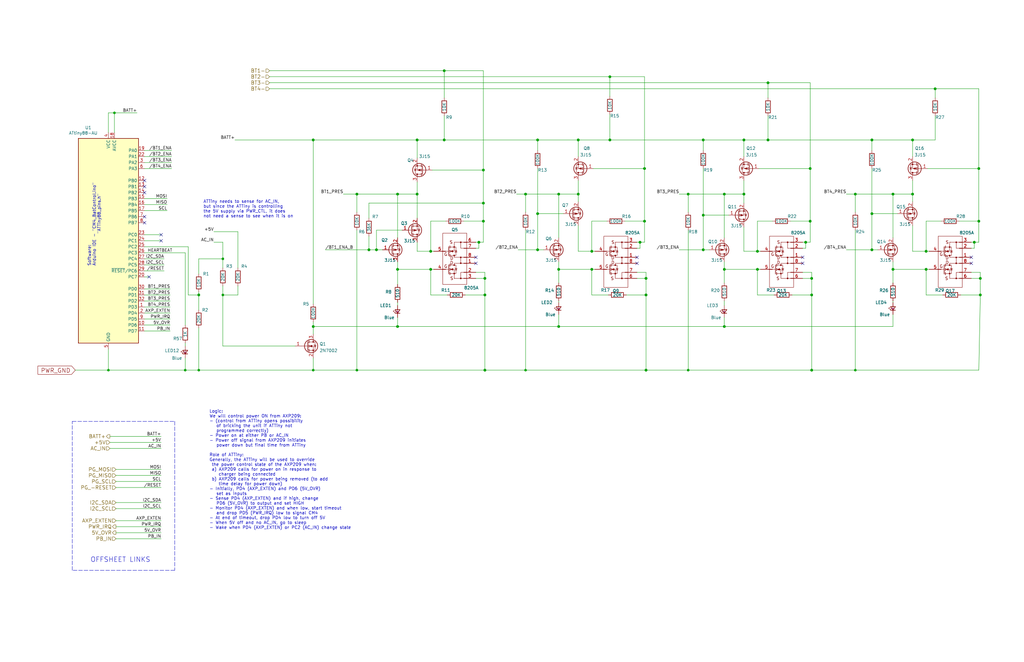
<source format=kicad_sch>
(kicad_sch (version 20211123) (generator eeschema)
  (paper "B")
  (title_block (title "ConnectBox CM4 for China Case") (date "2022-04-07") (rev "1.8.3") (comment 1 "JRA"))
  (junction (at 271.78 93.345) (diameter 1.016))
  (junction (at 83.82 156.21))
  (junction (at 390.525 106.045) (diameter 1.016))
  (junction (at 272.415 156.21) (diameter 1.016))
  (junction (at 187.325 59.055) (diameter 1.016))
  (junction (at 235.585 81.915) (diameter 1.016))
  (junction (at 313.69 59.055) (diameter 1.016))
  (junction (at 269.875 102.235) (diameter 1.016))
  (junction (at 296.545 105.41) (diameter 1.016))
  (junction (at 78.105 156.21))
  (junction (at 290.195 156.21))
  (junction (at 257.175 59.055) (diameter 1.016))
  (junction (at 319.405 106.045) (diameter 1.016))
  (junction (at 93.98 124.46))
  (junction (at 221.615 156.21))
  (junction (at 412.75 93.345) (diameter 1.016))
  (junction (at 342.265 117.475) (diameter 1.016))
  (junction (at 323.85 59.055) (diameter 1.016))
  (junction (at 412.75 71.12) (diameter 1.016))
  (junction (at 203.835 93.345) (diameter 1.016))
  (junction (at 384.81 59.055) (diameter 1.016))
  (junction (at 272.415 124.46) (diameter 1.016))
  (junction (at 175.895 81.915) (diameter 1.016))
  (junction (at 181.61 113.665) (diameter 1.016))
  (junction (at 45.72 156.21))
  (junction (at 155.575 105.41) (diameter 1.016))
  (junction (at 342.265 124.46) (diameter 1.016))
  (junction (at 175.895 59.055) (diameter 1.016))
  (junction (at 226.695 90.17) (diameter 1.016))
  (junction (at 342.265 156.21) (diameter 1.016))
  (junction (at 305.435 137.795) (diameter 1.016))
  (junction (at 339.725 102.235) (diameter 1.016))
  (junction (at 158.75 105.41) (diameter 1.016))
  (junction (at 48.26 47.625))
  (junction (at 235.585 137.795) (diameter 1.016))
  (junction (at 367.665 105.41) (diameter 1.016))
  (junction (at 296.545 59.055) (diameter 1.016))
  (junction (at 305.435 81.915) (diameter 1.016))
  (junction (at 319.405 113.665) (diameter 1.016))
  (junction (at 360.68 81.915) (diameter 1.016))
  (junction (at 83.82 124.46) (diameter 1.016))
  (junction (at 204.47 156.21) (diameter 1.016))
  (junction (at 167.64 137.795) (diameter 1.016))
  (junction (at 341.63 93.345) (diameter 1.016))
  (junction (at 367.665 59.055) (diameter 1.016))
  (junction (at 243.84 59.055) (diameter 1.016))
  (junction (at 323.85 34.925) (diameter 1.016))
  (junction (at 203.835 71.755) (diameter 1.016))
  (junction (at 296.545 90.805) (diameter 1.016))
  (junction (at 305.435 113.665) (diameter 1.016))
  (junction (at 226.695 59.055) (diameter 1.016))
  (junction (at 203.835 85.725) (diameter 1.016))
  (junction (at 384.81 81.915) (diameter 1.016))
  (junction (at 167.64 113.665) (diameter 1.016))
  (junction (at 257.175 32.385) (diameter 1.016))
  (junction (at 271.78 71.12) (diameter 1.016))
  (junction (at 181.61 106.045) (diameter 1.016))
  (junction (at 376.555 81.915) (diameter 1.016))
  (junction (at 150.495 81.915) (diameter 1.016))
  (junction (at 132.08 137.795) (diameter 1.016))
  (junction (at 390.525 113.665) (diameter 1.016))
  (junction (at 249.555 113.665) (diameter 1.016))
  (junction (at 341.63 71.12) (diameter 1.016))
  (junction (at 132.08 59.055) (diameter 1.016))
  (junction (at 201.93 102.235) (diameter 1.016))
  (junction (at 360.68 156.21))
  (junction (at 132.08 156.21))
  (junction (at 413.385 124.46) (diameter 1.016))
  (junction (at 187.325 29.845) (diameter 1.016))
  (junction (at 376.555 113.665) (diameter 1.016))
  (junction (at 243.84 81.915) (diameter 1.016))
  (junction (at 235.585 113.665) (diameter 1.016))
  (junction (at 272.415 117.475) (diameter 1.016))
  (junction (at 150.495 156.21))
  (junction (at 367.665 90.17) (diameter 1.016))
  (junction (at 290.195 81.915) (diameter 1.016))
  (junction (at 167.64 81.915) (diameter 1.016))
  (junction (at 93.98 109.22))
  (junction (at 226.695 105.41) (diameter 1.016))
  (junction (at 394.335 37.465) (diameter 1.016))
  (junction (at 410.845 102.235) (diameter 1.016))
  (junction (at 204.47 117.475) (diameter 1.016))
  (junction (at 313.69 81.915) (diameter 1.016))
  (junction (at 413.385 117.475) (diameter 1.016))
  (junction (at 221.615 81.915) (diameter 1.016))
  (junction (at 249.555 106.045) (diameter 1.016))
  (junction (at 204.47 124.46) (diameter 1.016))
  (no_connect (at 200.66 111.125))
  (no_connect (at 200.66 108.585))
  (no_connect (at 409.575 111.125))
  (no_connect (at 268.605 111.125))
  (no_connect (at 409.575 108.585))
  (no_connect (at 338.455 108.585))
  (no_connect (at 60.96 78.74))
  (no_connect (at 60.96 91.44))
  (no_connect (at 60.96 76.2))
  (no_connect (at 268.605 108.585))
  (no_connect (at 338.455 111.125))
  (no_connect (at 62.865 116.84))
  (no_connect (at 60.96 81.28))
  (no_connect (at 60.96 93.98))
  (no_connect (at 67.945 99.06))
  (no_connect (at 67.945 101.6))
  (wire (pts (xy 48.895 222.25) (xy 67.945 222.25)))
  (wire (pts (xy 60.96 99.06) (xy 67.945 99.06)))
  (wire (pts (xy 175.895 76.835) (xy 175.895 81.915)))
  (wire (pts (xy 48.895 219.71) (xy 67.945 219.71)))
  (polyline (pts (xy 73.66 240.665) (xy 30.48 240.665)) (stroke (width 0) (type dash)))
  (wire (pts (xy 132.08 137.795) (xy 132.08 140.97)))
  (wire (pts (xy 60.96 101.6) (xy 67.945 101.6)))
  (wire (pts (xy 413.385 114.935) (xy 413.385 117.475)))
  (wire (pts (xy 60.96 127) (xy 71.755 127)))
  (wire (pts (xy 155.575 105.41) (xy 158.75 105.41)))
  (wire (pts (xy 376.555 110.49) (xy 376.555 113.665)))
  (wire (pts (xy 305.435 113.665) (xy 305.435 119.38)))
  (wire (pts (xy 167.64 81.915) (xy 175.895 81.915)))
  (wire (pts (xy 155.575 85.725) (xy 203.835 85.725)))
  (wire (pts (xy 155.575 92.075) (xy 155.575 85.725)))
  (wire (pts (xy 268.605 114.935) (xy 272.415 114.935)))
  (wire (pts (xy 83.82 138.43) (xy 83.82 156.21)))
  (wire (pts (xy 167.64 110.49) (xy 167.64 113.665)))
  (wire (pts (xy 62.865 116.84) (xy 60.96 116.84)))
  (wire (pts (xy 333.375 93.345) (xy 341.63 93.345)))
  (wire (pts (xy 45.72 156.21) (xy 78.105 156.21)))
  (wire (pts (xy 175.895 106.045) (xy 181.61 106.045)))
  (wire (pts (xy 60.96 137.16) (xy 71.755 137.16)))
  (wire (pts (xy 341.63 93.345) (xy 341.63 102.235)))
  (wire (pts (xy 338.455 102.235) (xy 339.725 102.235)))
  (wire (pts (xy 78.105 156.21) (xy 83.82 156.21)))
  (wire (pts (xy 338.455 104.775) (xy 339.725 104.775)))
  (wire (pts (xy 338.455 117.475) (xy 342.265 117.475)))
  (wire (pts (xy 132.08 151.13) (xy 132.08 156.21)))
  (wire (pts (xy 235.585 81.915) (xy 235.585 100.33)))
  (wire (pts (xy 391.16 71.12) (xy 412.75 71.12)))
  (wire (pts (xy 413.385 117.475) (xy 413.385 124.46)))
  (wire (pts (xy 60.96 114.3) (xy 69.215 114.3)))
  (wire (pts (xy 296.545 59.055) (xy 296.545 63.5)))
  (wire (pts (xy 83.82 156.21) (xy 132.08 156.21)))
  (wire (pts (xy 150.495 81.915) (xy 150.495 89.535)))
  (wire (pts (xy 167.64 137.795) (xy 235.585 137.795)))
  (wire (pts (xy 356.87 105.41) (xy 367.665 105.41)))
  (wire (pts (xy 60.96 86.36) (xy 70.485 86.36)))
  (wire (pts (xy 113.665 34.925) (xy 323.85 34.925)))
  (wire (pts (xy 323.85 34.925) (xy 341.63 34.925)))
  (wire (pts (xy 341.63 34.925) (xy 341.63 71.12)))
  (wire (pts (xy 249.555 106.045) (xy 250.825 106.045)))
  (wire (pts (xy 235.585 127) (xy 235.585 127.635)))
  (wire (pts (xy 83.82 109.22) (xy 93.98 109.22)))
  (wire (pts (xy 48.895 200.66) (xy 67.945 200.66)))
  (wire (pts (xy 226.695 71.12) (xy 226.695 90.17)))
  (wire (pts (xy 100.33 113.03) (xy 100.33 97.79)))
  (wire (pts (xy 60.96 106.68) (xy 78.105 106.68)))
  (wire (pts (xy 360.68 81.915) (xy 376.555 81.915)))
  (wire (pts (xy 305.435 81.915) (xy 313.69 81.915)))
  (wire (pts (xy 48.895 212.09) (xy 67.945 212.09)))
  (wire (pts (xy 243.84 106.045) (xy 249.555 106.045)))
  (wire (pts (xy 413.385 124.46) (xy 412.75 156.21)))
  (wire (pts (xy 31.75 156.21) (xy 45.72 156.21)))
  (wire (pts (xy 226.695 90.17) (xy 226.695 105.41)))
  (wire (pts (xy 305.435 81.915) (xy 305.435 100.33)))
  (wire (pts (xy 132.08 59.055) (xy 132.08 128.27)))
  (wire (pts (xy 412.75 37.465) (xy 412.75 71.12)))
  (wire (pts (xy 412.75 71.12) (xy 412.75 93.345)))
  (wire (pts (xy 60.96 63.5) (xy 72.39 63.5)))
  (wire (pts (xy 367.665 59.055) (xy 384.81 59.055)))
  (wire (pts (xy 45.72 47.625) (xy 48.26 47.625)))
  (wire (pts (xy 367.665 71.12) (xy 367.665 90.17)))
  (wire (pts (xy 367.665 90.17) (xy 367.665 105.41)))
  (wire (pts (xy 200.66 114.935) (xy 204.47 114.935)))
  (wire (pts (xy 90.17 97.79) (xy 100.33 97.79)))
  (wire (pts (xy 319.405 93.345) (xy 319.405 106.045)))
  (wire (pts (xy 272.415 124.46) (xy 272.415 156.21)))
  (wire (pts (xy 226.695 90.17) (xy 237.49 90.17)))
  (wire (pts (xy 409.575 117.475) (xy 413.385 117.475)))
  (wire (pts (xy 48.26 47.625) (xy 48.26 55.88)))
  (wire (pts (xy 360.68 156.21) (xy 412.75 156.21)))
  (wire (pts (xy 268.605 102.235) (xy 269.875 102.235)))
  (wire (pts (xy 60.96 111.76) (xy 69.215 111.76)))
  (wire (pts (xy 256.54 124.46) (xy 249.555 124.46)))
  (wire (pts (xy 319.405 113.665) (xy 320.675 113.665)))
  (wire (pts (xy 296.545 105.41) (xy 299.085 105.41)))
  (wire (pts (xy 187.325 48.895) (xy 187.325 59.055)))
  (wire (pts (xy 78.105 144.78) (xy 78.105 146.05)))
  (wire (pts (xy 48.895 224.79) (xy 67.945 224.79)))
  (wire (pts (xy 175.895 81.915) (xy 175.895 92.075)))
  (wire (pts (xy 48.895 198.12) (xy 67.945 198.12)))
  (wire (pts (xy 272.415 117.475) (xy 272.415 124.46)))
  (wire (pts (xy 60.96 104.14) (xy 79.375 104.14)))
  (wire (pts (xy 341.63 71.12) (xy 341.63 93.345)))
  (wire (pts (xy 45.72 156.21) (xy 45.72 147.32)))
  (wire (pts (xy 60.96 129.54) (xy 71.755 129.54)))
  (wire (pts (xy 181.61 124.46) (xy 181.61 113.665)))
  (wire (pts (xy 338.455 114.935) (xy 342.265 114.935)))
  (wire (pts (xy 409.575 102.235) (xy 410.845 102.235)))
  (wire (pts (xy 235.585 110.49) (xy 235.585 113.665)))
  (wire (pts (xy 195.58 93.345) (xy 203.835 93.345)))
  (wire (pts (xy 360.68 81.915) (xy 360.68 89.535)))
  (wire (pts (xy 78.105 151.13) (xy 78.105 156.21)))
  (wire (pts (xy 226.695 59.055) (xy 243.84 59.055)))
  (wire (pts (xy 243.84 59.055) (xy 243.84 66.04)))
  (wire (pts (xy 78.105 106.68) (xy 78.105 137.16)))
  (wire (pts (xy 60.96 66.04) (xy 72.39 66.04)))
  (wire (pts (xy 226.695 59.055) (xy 226.695 63.5)))
  (wire (pts (xy 376.555 113.665) (xy 390.525 113.665)))
  (wire (pts (xy 313.69 76.2) (xy 313.69 81.915)))
  (wire (pts (xy 313.69 81.915) (xy 313.69 85.725)))
  (wire (pts (xy 384.81 76.2) (xy 384.81 81.915)))
  (wire (pts (xy 46.355 189.23) (xy 67.945 189.23)))
  (wire (pts (xy 384.81 59.055) (xy 384.81 66.04)))
  (wire (pts (xy 290.195 81.915) (xy 305.435 81.915)))
  (wire (pts (xy 235.585 137.795) (xy 305.435 137.795)))
  (wire (pts (xy 60.96 88.9) (xy 70.485 88.9)))
  (wire (pts (xy 250.19 71.12) (xy 271.78 71.12)))
  (wire (pts (xy 113.665 37.465) (xy 394.335 37.465)))
  (wire (pts (xy 394.335 37.465) (xy 412.75 37.465)))
  (wire (pts (xy 412.75 102.235) (xy 410.845 102.235)))
  (wire (pts (xy 83.82 115.57) (xy 83.82 109.22)))
  (wire (pts (xy 243.84 59.055) (xy 257.175 59.055)))
  (wire (pts (xy 257.175 59.055) (xy 296.545 59.055)))
  (wire (pts (xy 249.555 124.46) (xy 249.555 113.665)))
  (wire (pts (xy 113.665 32.385) (xy 257.175 32.385)))
  (wire (pts (xy 257.175 32.385) (xy 271.78 32.385)))
  (wire (pts (xy 271.78 71.12) (xy 271.78 32.385)))
  (wire (pts (xy 390.525 93.345) (xy 390.525 106.045)))
  (wire (pts (xy 155.575 99.695) (xy 155.575 105.41)))
  (wire (pts (xy 313.69 59.055) (xy 323.85 59.055)))
  (wire (pts (xy 323.85 59.055) (xy 367.665 59.055)))
  (wire (pts (xy 290.195 156.21) (xy 342.265 156.21)))
  (wire (pts (xy 46.355 186.69) (xy 67.945 186.69)))
  (wire (pts (xy 394.335 48.895) (xy 394.335 59.055)))
  (wire (pts (xy 150.495 81.915) (xy 167.64 81.915)))
  (wire (pts (xy 394.335 59.055) (xy 384.81 59.055)))
  (wire (pts (xy 305.435 127) (xy 305.435 128.905)))
  (wire (pts (xy 79.375 104.14) (xy 79.375 124.46)))
  (wire (pts (xy 167.64 113.665) (xy 181.61 113.665)))
  (wire (pts (xy 290.195 81.915) (xy 290.195 89.535)))
  (wire (pts (xy 255.905 93.345) (xy 249.555 93.345)))
  (wire (pts (xy 187.325 29.845) (xy 187.325 41.275)))
  (wire (pts (xy 313.69 95.885) (xy 313.69 106.045)))
  (wire (pts (xy 167.64 127.635) (xy 167.64 128.905)))
  (wire (pts (xy 356.87 81.915) (xy 360.68 81.915)))
  (wire (pts (xy 412.75 93.345) (xy 412.75 102.235)))
  (wire (pts (xy 60.96 124.46) (xy 71.755 124.46)))
  (wire (pts (xy 150.495 156.21) (xy 204.47 156.21)))
  (wire (pts (xy 200.66 117.475) (xy 204.47 117.475)))
  (wire (pts (xy 175.895 102.235) (xy 175.895 106.045)))
  (wire (pts (xy 269.875 102.235) (xy 269.875 104.775)))
  (wire (pts (xy 60.96 109.22) (xy 69.215 109.22)))
  (wire (pts (xy 221.615 97.155) (xy 221.615 156.21)))
  (wire (pts (xy 263.525 93.345) (xy 271.78 93.345)))
  (wire (pts (xy 376.555 81.915) (xy 384.81 81.915)))
  (wire (pts (xy 326.39 124.46) (xy 319.405 124.46)))
  (wire (pts (xy 319.405 124.46) (xy 319.405 113.665)))
  (wire (pts (xy 204.47 156.21) (xy 221.615 156.21)))
  (wire (pts (xy 188.595 124.46) (xy 181.61 124.46)))
  (wire (pts (xy 144.78 81.915) (xy 150.495 81.915)))
  (wire (pts (xy 390.525 106.045) (xy 391.795 106.045)))
  (wire (pts (xy 394.335 37.465) (xy 394.335 41.275)))
  (wire (pts (xy 132.08 59.055) (xy 175.895 59.055)))
  (wire (pts (xy 409.575 114.935) (xy 413.385 114.935)))
  (wire (pts (xy 158.75 97.155) (xy 158.75 105.41)))
  (wire (pts (xy 271.78 93.345) (xy 271.78 102.235)))
  (wire (pts (xy 100.33 120.65) (xy 100.33 124.46)))
  (wire (pts (xy 48.895 227.33) (xy 67.945 227.33)))
  (wire (pts (xy 271.78 102.235) (xy 269.875 102.235)))
  (wire (pts (xy 243.84 81.915) (xy 235.585 81.915)))
  (wire (pts (xy 243.84 85.09) (xy 243.84 81.915)))
  (wire (pts (xy 226.695 105.41) (xy 229.235 105.41)))
  (wire (pts (xy 286.385 81.915) (xy 290.195 81.915)))
  (wire (pts (xy 264.16 124.46) (xy 272.415 124.46)))
  (wire (pts (xy 249.555 93.345) (xy 249.555 106.045)))
  (wire (pts (xy 221.615 81.915) (xy 235.585 81.915)))
  (wire (pts (xy 203.835 93.345) (xy 203.835 102.235)))
  (wire (pts (xy 342.265 156.21) (xy 360.68 156.21)))
  (polyline (pts (xy 30.48 177.8) (xy 73.66 177.8)) (stroke (width 0) (type dash)))
  (wire (pts (xy 405.13 124.46) (xy 413.385 124.46)))
  (wire (pts (xy 93.98 109.22) (xy 93.98 113.03)))
  (wire (pts (xy 376.555 81.915) (xy 376.555 100.33)))
  (wire (pts (xy 137.16 105.41) (xy 155.575 105.41)))
  (wire (pts (xy 90.17 102.235) (xy 93.98 102.235)))
  (wire (pts (xy 93.98 102.235) (xy 93.98 109.22)))
  (wire (pts (xy 271.78 71.12) (xy 271.78 93.345)))
  (wire (pts (xy 132.08 156.21) (xy 150.495 156.21)))
  (wire (pts (xy 175.895 59.055) (xy 175.895 66.675)))
  (wire (pts (xy 272.415 156.21) (xy 290.195 156.21)))
  (wire (pts (xy 181.61 93.345) (xy 181.61 106.045)))
  (wire (pts (xy 48.895 205.74) (xy 67.945 205.74)))
  (wire (pts (xy 83.82 124.46) (xy 83.82 130.81)))
  (wire (pts (xy 203.835 71.755) (xy 203.835 85.725)))
  (wire (pts (xy 203.835 85.725) (xy 203.835 93.345)))
  (wire (pts (xy 286.385 105.41) (xy 296.545 105.41)))
  (wire (pts (xy 376.555 127) (xy 376.555 127.635)))
  (wire (pts (xy 48.895 203.2) (xy 67.945 203.2)))
  (wire (pts (xy 46.355 184.15) (xy 67.945 184.15)))
  (wire (pts (xy 132.08 137.795) (xy 167.64 137.795)))
  (wire (pts (xy 167.64 133.985) (xy 167.64 137.795)))
  (wire (pts (xy 313.69 59.055) (xy 313.69 66.04)))
  (wire (pts (xy 60.96 68.58) (xy 72.39 68.58)))
  (wire (pts (xy 257.175 32.385) (xy 257.175 40.64)))
  (wire (pts (xy 93.98 146.05) (xy 124.46 146.05)))
  (wire (pts (xy 204.47 114.935) (xy 204.47 117.475)))
  (wire (pts (xy 60.96 83.82) (xy 70.485 83.82)))
  (wire (pts (xy 167.64 113.665) (xy 167.64 120.015)))
  (wire (pts (xy 158.75 105.41) (xy 161.29 105.41)))
  (wire (pts (xy 339.725 102.235) (xy 339.725 104.775)))
  (wire (pts (xy 323.85 34.925) (xy 323.85 41.275)))
  (wire (pts (xy 221.615 156.21) (xy 272.415 156.21)))
  (wire (pts (xy 376.555 132.715) (xy 376.555 137.795)))
  (wire (pts (xy 221.615 81.915) (xy 221.615 89.535)))
  (wire (pts (xy 48.895 214.63) (xy 67.945 214.63)))
  (wire (pts (xy 60.96 121.92) (xy 71.755 121.92)))
  (wire (pts (xy 384.81 95.25) (xy 384.81 106.045)))
  (wire (pts (xy 342.265 124.46) (xy 342.265 156.21)))
  (wire (pts (xy 181.61 106.045) (xy 182.88 106.045)))
  (wire (pts (xy 384.81 81.915) (xy 384.81 85.09)))
  (wire (pts (xy 404.495 93.345) (xy 412.75 93.345)))
  (wire (pts (xy 45.72 47.625) (xy 45.72 55.88)))
  (wire (pts (xy 396.875 93.345) (xy 390.525 93.345)))
  (wire (pts (xy 268.605 104.775) (xy 269.875 104.775)))
  (wire (pts (xy 99.06 59.055) (xy 132.08 59.055)))
  (wire (pts (xy 409.575 104.775) (xy 410.845 104.775)))
  (wire (pts (xy 150.495 97.155) (xy 150.495 156.21)))
  (wire (pts (xy 60.96 71.12) (xy 72.39 71.12)))
  (wire (pts (xy 268.605 117.475) (xy 272.415 117.475)))
  (wire (pts (xy 93.98 120.65) (xy 93.98 124.46)))
  (wire (pts (xy 175.895 59.055) (xy 187.325 59.055)))
  (wire (pts (xy 187.325 59.055) (xy 226.695 59.055)))
  (wire (pts (xy 296.545 90.805) (xy 307.34 90.805)))
  (wire (pts (xy 342.265 117.475) (xy 342.265 124.46)))
  (wire (pts (xy 342.265 114.935) (xy 342.265 117.475)))
  (wire (pts (xy 113.665 29.845) (xy 187.325 29.845)))
  (wire (pts (xy 187.325 29.845) (xy 203.835 29.845)))
  (wire (pts (xy 203.835 29.845) (xy 203.835 71.755)))
  (wire (pts (xy 204.47 124.46) (xy 204.47 156.21)))
  (wire (pts (xy 187.96 93.345) (xy 181.61 93.345)))
  (wire (pts (xy 181.61 113.665) (xy 182.88 113.665)))
  (wire (pts (xy 217.805 81.915) (xy 221.615 81.915)))
  (wire (pts (xy 360.68 97.155) (xy 360.68 156.21)))
  (wire (pts (xy 305.435 110.49) (xy 305.435 113.665)))
  (wire (pts (xy 319.405 106.045) (xy 320.675 106.045)))
  (wire (pts (xy 341.63 102.235) (xy 339.725 102.235)))
  (wire (pts (xy 243.84 95.25) (xy 243.84 106.045)))
  (wire (pts (xy 397.51 124.46) (xy 390.525 124.46)))
  (wire (pts (xy 390.525 124.46) (xy 390.525 113.665)))
  (wire (pts (xy 367.665 105.41) (xy 370.205 105.41)))
  (wire (pts (xy 235.585 113.665) (xy 249.555 113.665)))
  (wire (pts (xy 218.44 105.41) (xy 226.695 105.41)))
  (wire (pts (xy 410.845 102.235) (xy 410.845 104.775)))
  (wire (pts (xy 320.04 71.12) (xy 341.63 71.12)))
  (wire (pts (xy 249.555 113.665) (xy 250.825 113.665)))
  (wire (pts (xy 235.585 113.665) (xy 235.585 119.38)))
  (wire (pts (xy 296.545 59.055) (xy 313.69 59.055)))
  (wire (pts (xy 60.96 139.7) (xy 71.755 139.7)))
  (wire (pts (xy 305.435 133.985) (xy 305.435 137.795)))
  (wire (pts (xy 313.69 106.045) (xy 319.405 106.045)))
  (wire (pts (xy 200.66 102.235) (xy 201.93 102.235)))
  (wire (pts (xy 376.555 113.665) (xy 376.555 119.38)))
  (wire (pts (xy 182.245 71.755) (xy 203.835 71.755)))
  (wire (pts (xy 196.215 124.46) (xy 204.47 124.46)))
  (wire (pts (xy 325.755 93.345) (xy 319.405 93.345)))
  (wire (pts (xy 305.435 137.795) (xy 376.555 137.795)))
  (wire (pts (xy 367.665 59.055) (xy 367.665 63.5)))
  (wire (pts (xy 257.175 48.26) (xy 257.175 59.055)))
  (wire (pts (xy 167.64 81.915) (xy 167.64 100.33)))
  (wire (pts (xy 201.93 102.235) (xy 201.93 104.775)))
  (wire (pts (xy 204.47 117.475) (xy 204.47 124.46)))
  (wire (pts (xy 323.85 48.895) (xy 323.85 59.055)))
  (wire (pts (xy 200.66 104.775) (xy 201.93 104.775)))
  (wire (pts (xy 296.545 71.12) (xy 296.545 90.805)))
  (wire (pts (xy 296.545 90.805) (xy 296.545 105.41)))
  (wire (pts (xy 83.82 124.46) (xy 79.375 124.46)))
  (wire (pts (xy 272.415 114.935) (xy 272.415 117.475)))
  (polyline (pts (xy 73.66 177.8) (xy 73.66 240.665)) (stroke (width 0) (type dash)))
  (wire (pts (xy 48.26 47.625) (xy 57.785 47.625)))
  (wire (pts (xy 93.98 124.46) (xy 93.98 146.05)))
  (wire (pts (xy 203.835 102.235) (xy 201.93 102.235)))
  (wire (pts (xy 158.75 97.155) (xy 169.545 97.155)))
  (wire (pts (xy 60.96 132.08) (xy 71.755 132.08)))
  (wire (pts (xy 100.33 124.46) (xy 93.98 124.46)))
  (polyline (pts (xy 30.48 240.665) (xy 30.48 177.8)) (stroke (width 0) (type dash)))
  (wire (pts (xy 305.435 113.665) (xy 319.405 113.665)))
  (wire (pts (xy 235.585 132.715) (xy 235.585 137.795)))
  (wire (pts (xy 290.195 97.155) (xy 290.195 156.21)))
  (wire (pts (xy 384.81 106.045) (xy 390.525 106.045)))
  (wire (pts (xy 83.82 123.19) (xy 83.82 124.46)))
  (wire (pts (xy 367.665 90.17) (xy 378.46 90.17)))
  (wire (pts (xy 390.525 113.665) (xy 391.795 113.665)))
  (wire (pts (xy 334.01 124.46) (xy 342.265 124.46)))
  (wire (pts (xy 60.96 134.62) (xy 71.755 134.62)))
  (wire (pts (xy 132.08 135.89) (xy 132.08 137.795)))
  (wire (pts (xy 243.84 76.2) (xy 243.84 81.915)))
  (text "Logic:\nWe will control power ON from AXP209:\n- (control from ATTiny opens possibility\n   of bricking the unit if ATTiny not \n   programmed correctly)\n- Power on at either PB or AC_IN \n- Power off signal from AXP209 initiates\n   power down but final time from ATTiny\n\nRole of ATTiny:\nGenerally, the ATTiny will be used to override\n the power control state of the AXP209 when:\n a) AXP209 calls for power on in response to \n    charger being connected\n b) AXP209 calls for power being removed (to add\n    time delay for power down)\n- Initially, PD4 (AXP_EXTEN) and PD6 (5V_OVR)\n   set as inputs\n- Sense PD4 (AXP_EXTEN) and if high, change\n   PD6 (5V_OVR) to output and set HIGH\n- Monitor PD4 (AXP_EXTEN) and when low, start timeout\n   and drop PD5 (PWR_IRQ) low to signal CM4\n- At end of timeout, drop PD4 low to turn off 5V\n- When 5V off and no AC_IN, go to sleep\n- Wake when PD4 (AXP_EXTEN) or PC2 (AC_IN) change state\n" (at 88.265 223.52 0) (effects (font (size 1.27 1.27)) (justify left bottom)))
  (text "Software:\nArduino IDE - \"CM4_BatControl.ino\"\n              \"ATTiny88_pins.h\"" (at 42.545 112.395 90) (effects (font (size 1.27 1.27)) (justify left bottom)))
  (text "ATTiny needs to sense for AC_IN, \nbut since the ATTiny is controlling\nthe 5V supply via PWR_CTL, it does\nnot need a sense to see when it is on" (at 85.725 92.075 0) (effects (font (size 1.27 1.27)) (justify left bottom)))
  (text "OFFSHEET LINKS" (at 38.1 237.49 0) (effects (font (size 2.032 2.032)) (justify left bottom)))
  (label "BT1_PRES" (at 144.78 81.915 180))
  (label "{slash}BT4_ENA" (at 72.39 71.12 180))
  (label "{slash}RESET" (at 69.215 114.3 180))
  (label "BT3_PRES" (at 286.385 81.915 180))
  (label "BATT+" (at 99.06 59.055 180))
  (label "BATT+" (at 57.785 47.625 180))
  (label "PB_IN" (at 71.755 139.7 180))
  (label "{slash}BT1_ENA" (at 72.39 63.5 180))
  (label "PWR_IRQ" (at 67.945 222.25 180))
  (label "SCL" (at 67.945 203.2 180))
  (label "MISO" (at 70.485 86.36 180))
  (label "{slash}BT4_ENA" (at 356.87 105.41 180))
  (label "{slash}BT1_ENA_B" (at 137.16 105.41 0))
  (label "{slash}BT2_ENA" (at 218.44 105.41 180))
  (label "I2C_SCL" (at 69.215 111.76 180))
  (label "{slash}BT3_ENA" (at 72.39 68.58 180))
  (label "AC_IN" (at 90.17 102.235 180))
  (label "SCL" (at 70.485 88.9 180))
  (label "BT1_PRES" (at 71.755 121.92 180))
  (label "AXP_EXTEN" (at 71.755 132.08 180))
  (label "{slash}BT3_ENA" (at 286.385 105.41 180))
  (label "BATT+" (at 67.945 184.15 180))
  (label "{slash}BT2_ENA" (at 72.39 66.04 180))
  (label "+5V" (at 67.945 186.69 180))
  (label "AC_IN" (at 67.945 189.23 180))
  (label "5V_OVR" (at 67.945 224.79 180))
  (label "MOSI" (at 67.945 198.12 180))
  (label "5V_OVR" (at 71.755 137.16 180))
  (label "MOSI" (at 70.485 83.82 180))
  (label "BT4_PRES" (at 356.87 81.915 180))
  (label "PWR_IRQ" (at 71.755 134.62 180))
  (label "I2C_SCL" (at 67.945 214.63 180))
  (label "MISO" (at 67.945 200.66 180))
  (label "{slash}RESET" (at 67.945 205.74 180))
  (label "BT3_PRES" (at 71.755 127 180))
  (label "BT4_PRES" (at 71.755 129.54 180))
  (label "BT2_PRES" (at 71.755 124.46 180))
  (label "I2C_SDA" (at 67.945 212.09 180))
  (label "I2C_SDA" (at 69.215 109.22 180))
  (label "BT2_PRES" (at 217.805 81.915 180))
  (label "+5V" (at 90.17 97.79 180))
  (label "HEARTBEAT" (at 62.23 106.68 0))
  (label "PB_IN" (at 67.945 227.33 180))
  (label "AXP_EXTEN" (at 67.945 219.71 180))
  (global_label "PWR_GND" (shape input) (at 31.75 156.21 180) (effects (font (size 1.778 1.778))) (property "Intersheet References" "${INTERSHEET_REFS}" (effects hide)))
  (hierarchical_label "AXP_EXTEN" (shape input) (at 48.895 219.71 180) (effects (font (size 1.524 1.524))))
  (hierarchical_label "BT1-" (shape input) (at 113.665 29.845 180) (effects (font (size 1.524 1.524))))
  (hierarchical_label "PG_MISO" (shape input) (at 48.895 200.66 180) (effects (font (size 1.524 1.524))))
  (hierarchical_label "PG_MOSI" (shape input) (at 48.895 198.12 180) (effects (font (size 1.524 1.524))))
  (hierarchical_label "PG_SCL" (shape input) (at 48.895 203.2 180) (effects (font (size 1.524 1.524))))
  (hierarchical_label "AC_IN" (shape input) (at 46.355 189.23 180) (effects (font (size 1.524 1.524))))
  (hierarchical_label "5V_OVR" (shape output) (at 48.895 224.79 180) (effects (font (size 1.524 1.524))))
  (hierarchical_label "PB_IN" (shape input) (at 48.895 227.33 180) (effects (font (size 1.524 1.524))))
  (hierarchical_label "BATT+" (shape output) (at 46.355 184.15 180) (effects (font (size 1.524 1.524))))
  (hierarchical_label "BT3-" (shape input) (at 113.665 34.925 180) (effects (font (size 1.524 1.524))))
  (hierarchical_label "PG_-RESET" (shape input) (at 48.895 205.74 180) (effects (font (size 1.524 1.524))))
  (hierarchical_label "BT4-" (shape input) (at 113.665 37.465 180) (effects (font (size 1.524 1.524))))
  (hierarchical_label "+5V" (shape input) (at 46.355 186.69 180) (effects (font (size 1.524 1.524))))
  (hierarchical_label "I2C_SDA" (shape input) (at 48.895 212.09 180) (effects (font (size 1.524 1.524))))
  (hierarchical_label "I2C_SCL" (shape input) (at 48.895 214.63 180) (effects (font (size 1.524 1.524))))
  (hierarchical_label "PWR_IRQ" (shape output) (at 48.895 222.25 180) (effects (font (size 1.524 1.524))))
  (hierarchical_label "BT2-" (shape input) (at 113.665 32.385 180) (effects (font (size 1.524 1.524))))
  (symbol (lib_id "Custom_1:8205AV") (at 403.225 108.585 180) (unit 1)
    (property "Reference" "Q17" (at 400.685 122.7624 0))
    (property "Value" "8205A" (at 407.67 98.2387 0))
    (property "Footprint" "Package_SO:TSSOP-8_4.4x3mm_P0.65mm" (effects hide))
    (property "Datasheet" "https://html.alldatasheet.com/html-pdf/1152898/KIA/8205A/60/1/8205A.html" (effects hide))
    (property "DigiKey P/N" "[none - from AliExpress|" (effects hide))
  )
  (symbol (lib_id "Custom_1:Q_PMOS_GSD") (at 316.23 71.12 180) (unit 1)
    (property "Reference" "Q12" (at 318.643 62.5915 0) (effects (justify left)))
    (property "Value" "3J15" (at 319.278 65.3666 0) (effects (justify left)))
    (property "Footprint" "Package_TO_SOT_SMD:SOT-323_SC-70" (effects hide))
    (property "Manufacturer P/N" "SSM3J15FU,LF" (effects hide))
    (property "DigiKey P/N" "SSM3J15FULFCT-ND" (effects hide))
    (property "Manufacturer" "Toshiba" (effects hide))
    (property "Description" "P-Channel 30 V 100mA (Ta) 150mW (Ta) Surface Mount USM" (effects hide))
  )
  (symbol (lib_id "Custom_1:8205AV") (at 332.105 108.585 180) (unit 1)
    (property "Reference" "Q13" (at 329.565 122.7624 0))
    (property "Value" "8205A" (at 336.55 98.2387 0))
    (property "Footprint" "Package_SO:TSSOP-8_4.4x3mm_P0.65mm" (effects hide))
    (property "Datasheet" "https://html.alldatasheet.com/html-pdf/1152898/KIA/8205A/60/1/8205A.html" (effects hide))
    (property "DigiKey P/N" "[none - from AliExpress|" (effects hide))
  )
  (symbol (lib_id "Device:LED_Small") (at 235.585 130.175 90) (unit 1)
    (property "Reference" "LED2" (at 233.045 127.635 90) (effects (justify left)))
    (property "Value" "Blue" (at 234.315 132.715 90) (effects (justify left)))
    (property "Footprint" "LED_SMD:LED_0603_1608Metric" (effects hide))
    (property "Datasheet" "~" (at 235.585 130.175 90))
    (property "Manufacturer" "Liteon" (effects hide))
    (property "Manufacturer P/N" "LTST-S270TBKT" (effects hide))
    (property "Description" "LED BLUE CLEAR 0603 SMD - RA" (effects hide))
    (property "DigiKey P/N" "160-1650-1-ND" (effects hide))
    (property "Type" "SMD" (effects hide))
  )
  (symbol (lib_id "Custom_1:8205AV") (at 194.31 111.125 0) (mirror y) (unit 1)
    (property "Reference" "Q5" (at 191.77 96.9476 0))
    (property "Value" "8205A" (at 198.755 121.4713 0))
    (property "Footprint" "Package_SO:TSSOP-8_4.4x3mm_P0.65mm" (effects hide))
    (property "Datasheet" "https://html.alldatasheet.com/html-pdf/1152898/KIA/8205A/60/1/8205A.html" (effects hide))
    (property "DigiKey P/N" "[none - from AliExpress|" (effects hide))
  )
  (symbol (lib_id "Device:R") (at 226.695 67.31 0) (unit 1)
    (property "Reference" "R13" (at 228.727 71.755 0))
    (property "Value" "100K" (at 226.695 67.31 90))
    (property "Footprint" "Resistor_SMD:R_0603_1608Metric" (effects hide))
    (property "Manufacturer" "Yageo" (effects hide))
    (property "Manufacturer P/N" "RC0603FR-07100KL" (effects hide))
    (property "Description" "RES SMD 100K OHM 1% 1/8W 0603" (effects hide))
    (property "DigiKey P/N" "311-100KHRCT-ND" (effects hide))
    (property "Type" "SMD" (effects hide))
  )
  (symbol (lib_id "Device:R") (at 394.335 45.085 0) (unit 1)
    (property "Reference" "R27" (at 396.367 49.53 0))
    (property "Value" "10K" (at 394.335 45.085 90))
    (property "Footprint" "Resistor_SMD:R_0603_1608Metric" (effects hide))
    (property "Manufacturer" "Yageo" (effects hide))
    (property "Manufacturer P/N" "RC0603FR-0710KL" (effects hide))
    (property "Description" "RES SMD 10K OHM 1% 1/8W 0603" (effects hide))
    (property "DigiKey P/N" "311-10KHRCT-ND" (effects hide))
    (property "Type" "SMD" (effects hide))
  )
  (symbol (lib_id "Custom_1:Q_PMOS_GSD") (at 311.15 90.805 0) (mirror x) (unit 1)
    (property "Reference" "Q11" (at 306.832 87.2685 0) (effects (justify left)))
    (property "Value" "3J15" (at 308.102 95.2884 0) (effects (justify left)))
    (property "Footprint" "Package_TO_SOT_SMD:SOT-323_SC-70" (effects hide))
    (property "Manufacturer P/N" "SSM3J15FU,LF" (effects hide))
    (property "DigiKey P/N" "SSM3J15FULFCT-ND" (effects hide))
    (property "Manufacturer" "Toshiba" (effects hide))
    (property "Description" "P-Channel 30 V 100mA (Ta) 150mW (Ta) Surface Mount USM" (effects hide))
  )
  (symbol (lib_id "Device:R") (at 305.435 123.19 0) (unit 1)
    (property "Reference" "R20" (at 301.625 122.555 0))
    (property "Value" "510" (at 305.435 123.19 90))
    (property "Footprint" "Resistor_SMD:R_0603_1608Metric" (effects hide))
    (property "Manufacturer" "Yageo" (effects hide))
    (property "Manufacturer P/N" "RC0603FR-07510RL" (effects hide))
    (property "Description" "RES SMD 510 OHM 1% 1/8W 0603" (effects hide))
    (property "DigiKey P/N" "311-510HRCT-ND" (effects hide))
    (property "Type" "SMD" (effects hide))
  )
  (symbol (lib_id "Custom_1:Q_PMOS_GSD") (at 241.3 90.17 0) (mirror x) (unit 1)
    (property "Reference" "Q7" (at 236.982 86.6335 0) (effects (justify left)))
    (property "Value" "3J15" (at 238.252 94.6534 0) (effects (justify left)))
    (property "Footprint" "Package_TO_SOT_SMD:SOT-323_SC-70" (effects hide))
    (property "Manufacturer P/N" "SSM3J15FU,LF" (effects hide))
    (property "DigiKey P/N" "SSM3J15FULFCT-ND" (effects hide))
    (property "Manufacturer" "Toshiba" (effects hide))
    (property "Description" "P-Channel 30 V 100mA (Ta) 150mW (Ta) Surface Mount USM" (effects hide))
  )
  (symbol (lib_id "Device:R") (at 167.64 123.825 0) (unit 1)
    (property "Reference" "R8" (at 163.83 123.19 0))
    (property "Value" "510" (at 167.64 123.825 90))
    (property "Footprint" "Resistor_SMD:R_0603_1608Metric" (effects hide))
    (property "Manufacturer" "Yageo" (effects hide))
    (property "Manufacturer P/N" "RC0603FR-07510RL" (effects hide))
    (property "Description" "RES SMD 1K OHM 1% 1/8W 0603" (effects hide))
    (property "DigiKey P/N" "311-510HRCT-ND" (effects hide))
    (property "Type" "SMD" (effects hide))
  )
  (symbol (lib_id "Device:R") (at 260.35 124.46 90) (unit 1)
    (property "Reference" "R17" (at 255.27 122.428 90))
    (property "Value" "20K" (at 260.35 124.46 90))
    (property "Footprint" "Resistor_SMD:R_0603_1608Metric" (effects hide))
    (property "Manufacturer" "Yageo" (effects hide))
    (property "Manufacturer P/N" "RC0603FR-0720KL" (effects hide))
    (property "Description" "RES SMD 20K OHM 1% 1/8W 0603" (effects hide))
    (property "DigiKey P/N" "311-20.0KHRCT-ND" (effects hide))
    (property "Type" "SMD" (effects hide))
  )
  (symbol (lib_id "Custom_1:Q_PMOS_GSD") (at 382.27 90.17 0) (mirror x) (unit 1)
    (property "Reference" "Q15" (at 377.952 87.2685 0) (effects (justify left)))
    (property "Value" "3J15" (at 379.222 94.6534 0) (effects (justify left)))
    (property "Footprint" "Package_TO_SOT_SMD:SOT-323_SC-70" (effects hide))
    (property "Manufacturer P/N" "SSM3J15FU,LF" (effects hide))
    (property "DigiKey P/N" "SSM3J15FULFCT-ND" (effects hide))
    (property "Manufacturer" "Toshiba" (effects hide))
    (property "Description" "P-Channel 30 V 100mA (Ta) 150mW (Ta) Surface Mount USM" (effects hide))
  )
  (symbol (lib_id "Device:R") (at 187.325 45.085 0) (unit 1)
    (property "Reference" "R9" (at 189.357 49.53 0))
    (property "Value" "10K" (at 187.325 45.085 90))
    (property "Footprint" "Resistor_SMD:R_0603_1608Metric" (effects hide))
    (property "Manufacturer" "Yageo" (effects hide))
    (property "Manufacturer P/N" "RC0603FR-0710KL" (effects hide))
    (property "Description" "RES SMD 10K OHM 1% 1/8W 0603" (effects hide))
    (property "DigiKey P/N" "311-10KHRCT-ND" (effects hide))
    (property "Type" "SMD" (effects hide))
  )
  (symbol (lib_id "Custom_1:Q_PMOS_GSD") (at 246.38 71.12 180) (unit 1)
    (property "Reference" "Q8" (at 248.793 62.5915 0) (effects (justify left)))
    (property "Value" "3J15" (at 249.428 65.3666 0) (effects (justify left)))
    (property "Footprint" "Package_TO_SOT_SMD:SOT-323_SC-70" (effects hide))
    (property "Manufacturer P/N" "SSM3J15FU,LF" (effects hide))
    (property "DigiKey P/N" "SSM3J15FULFCT-ND" (effects hide))
    (property "Manufacturer" "Toshiba" (effects hide))
    (property "Description" "P-Channel 30 V 100mA (Ta) 150mW (Ta) Surface Mount USM" (effects hide))
  )
  (symbol (lib_id "Device:R") (at 323.85 45.085 0) (unit 1)
    (property "Reference" "R21" (at 325.882 49.53 0))
    (property "Value" "10K" (at 323.85 45.085 90))
    (property "Footprint" "Resistor_SMD:R_0603_1608Metric" (effects hide))
    (property "Manufacturer" "Yageo" (effects hide))
    (property "Manufacturer P/N" "RC0603FR-0710KL" (effects hide))
    (property "Description" "RES SMD 10K OHM 1% 1/8W 0603" (effects hide))
    (property "DigiKey P/N" "311-10KHRCT-ND" (effects hide))
    (property "Type" "SMD" (effects hide))
  )
  (symbol (lib_id "Device:R") (at 83.82 134.62 0) (unit 1)
    (property "Reference" "R2" (at 86.487 130.81 0))
    (property "Value" "20K" (at 83.82 134.62 90))
    (property "Footprint" "Resistor_SMD:R_0603_1608Metric" (effects hide))
    (property "Manufacturer" "Yageo" (effects hide))
    (property "Manufacturer P/N" "RC0603FR-0720KL" (effects hide))
    (property "Description" "RES SMD 20K OHM 1% 1/8W 0603" (effects hide))
    (property "DigiKey P/N" "311-20.0KHRCT-ND" (effects hide))
    (property "Type" "SMD" (effects hide))
  )
  (symbol (lib_id "Device:LED_Small") (at 78.105 148.59 90) (unit 1)
    (property "Reference" "LED12" (at 75.565 147.955 90) (effects (justify left)))
    (property "Value" "Blue" (at 76.835 151.13 90) (effects (justify left)))
    (property "Footprint" "LED_SMD:LED_0603_1608Metric" (effects hide))
    (property "Datasheet" "~" (at 78.105 148.59 90))
    (property "Manufacturer" "Inolux" (effects hide))
    (property "Manufacturer P/N" "IN-S63BT5B" (effects hide))
    (property "Description" "LED BLUE CLEAR 0603 SMD" (effects hide))
    (property "DigiKey P/N" "1830-1068-1-ND" (effects hide))
    (property "Type" "SMD" (effects hide))
  )
  (symbol (lib_id "Device:R") (at 400.685 93.345 90) (unit 1)
    (property "Reference" "R28" (at 405.13 91.313 90))
    (property "Value" "100K" (at 400.685 93.345 90))
    (property "Footprint" "Resistor_SMD:R_0603_1608Metric" (effects hide))
    (property "Manufacturer" "Yageo" (effects hide))
    (property "Manufacturer P/N" "RC0603FR-07100KL" (effects hide))
    (property "Description" "RES SMD 100K OHM 1% 1/8W 0603" (effects hide))
    (property "DigiKey P/N" "311-100KHRCT-ND" (effects hide))
    (property "Type" "SMD" (effects hide))
  )
  (symbol (lib_id "Device:Q_NMOS_GSD") (at 129.54 146.05 0) (unit 1)
    (property "Reference" "Q1" (at 134.747 145.1415 0) (effects (justify left)))
    (property "Value" "2N7002" (at 134.747 147.9166 0) (effects (justify left)))
    (property "Footprint" "Package_TO_SOT_SMD:SOT-23" (effects hide))
    (property "Manufacturer" "Toshiba" (effects hide))
    (property "Manufacturer P/N" "T2N7002BK,LM" (effects hide))
    (property "Description" "N-Channel 400mA (Ta) 320mW (Ta) Surface Mount SOT-23-3" (effects hide))
    (property "DigiKey P/N" "T2N7002BKLMCT-ND (alt: T2N7002AKLMCT-ND)" (effects hide))
  )
  (symbol (lib_id "Device:R") (at 100.33 116.84 0) (unit 1)
    (property "Reference" "R4" (at 102.997 112.395 0))
    (property "Value" "20K" (at 100.33 116.84 90))
    (property "Footprint" "Resistor_SMD:R_0603_1608Metric" (effects hide))
    (property "Manufacturer" "Yageo" (effects hide))
    (property "Manufacturer P/N" "RC0603FR-0720KL" (effects hide))
    (property "Description" "RES SMD 20K OHM 1% 1/8W 0603" (effects hide))
    (property "DigiKey P/N" "311-20.0KHRCT-ND" (effects hide))
    (property "Type" "SMD" (effects hide))
  )
  (symbol (lib_id "Custom_1:ATtiny88-AU") (at 45.72 101.6 0) (unit 1)
    (property "Reference" "U1" (at 38.6079 53.8491 0) (effects (justify right)))
    (property "Value" "ATtiny88-AU" (at 41.1479 56.1478 0) (effects (justify right)))
    (property "Footprint" "Package_QFP:TQFP-32_7x7mm_P0.8mm" (effects hide))
    (property "Datasheet" "http://ww1.microchip.com/downloads/en/DeviceDoc/doc8008.pdf" (effects hide))
    (property "Manufacturer" "Microchip Technology" (effects hide))
    (property "Manufacturer P/N" "ATTINY88-AU" (effects hide))
    (property "Description" "AVR series Microcontroller IC 8-Bit 12MHz 8KB (" (effects hide))
    (property "DigiKey P/N" "ATTINY88-AU-ND" (effects hide))
    (property "Type" "SMD" (effects hide))
  )
  (symbol (lib_id "Custom_1:Q_PMOS_GSD") (at 387.35 71.12 180) (unit 1)
    (property "Reference" "Q16" (at 389.763 62.5915 0) (effects (justify left)))
    (property "Value" "3J15" (at 390.398 65.3666 0) (effects (justify left)))
    (property "Footprint" "Package_TO_SOT_SMD:SOT-323_SC-70" (effects hide))
    (property "Manufacturer P/N" "SSM3J15FU,LF" (effects hide))
    (property "DigiKey P/N" "SSM3J15FULFCT-ND" (effects hide))
    (property "Manufacturer" "Toshiba" (effects hide))
    (property "Description" "P-Channel 30 V 100mA (Ta) 150mW (Ta) Surface Mount USM" (effects hide))
  )
  (symbol (lib_id "Device:R") (at 296.545 67.31 0) (unit 1)
    (property "Reference" "R19" (at 298.577 71.755 0))
    (property "Value" "100K" (at 296.545 67.31 90))
    (property "Footprint" "Resistor_SMD:R_0603_1608Metric" (effects hide))
    (property "Manufacturer" "Yageo" (effects hide))
    (property "Manufacturer P/N" "RC0603FR-07100KL" (effects hide))
    (property "Description" "RES SMD 100K OHM 1% 1/8W 0603" (effects hide))
    (property "DigiKey P/N" "311-100KHRCT-ND" (effects hide))
    (property "Type" "SMD" (effects hide))
  )
  (symbol (lib_id "Device:LED_Small") (at 167.64 131.445 90) (unit 1)
    (property "Reference" "LED1" (at 165.1 128.905 90) (effects (justify left)))
    (property "Value" "Blue" (at 166.37 133.985 90) (effects (justify left)))
    (property "Footprint" "LED_SMD:LED_0603_1608Metric" (effects hide))
    (property "Datasheet" "~" (at 167.64 131.445 90))
    (property "Manufacturer" "Liteon" (effects hide))
    (property "Manufacturer P/N" "LTST-S270TBKT" (effects hide))
    (property "Description" "LED BLUE CLEAR 0603 SMD - RA" (effects hide))
    (property "DigiKey P/N" "160-1650-1-ND" (effects hide))
    (property "Type" "SMD" (effects hide))
  )
  (symbol (lib_id "Device:R") (at 191.77 93.345 90) (unit 1)
    (property "Reference" "R10" (at 196.215 91.313 90))
    (property "Value" "100K" (at 191.77 93.345 90))
    (property "Footprint" "Resistor_SMD:R_0603_1608Metric" (effects hide))
    (property "Manufacturer" "Yageo" (effects hide))
    (property "Manufacturer P/N" "RC0603FR-07100KL" (effects hide))
    (property "Description" "RES SMD 100K OHM 1% 1/8W 0603" (effects hide))
    (property "DigiKey P/N" "311-100KHRCT-ND" (effects hide))
    (property "Type" "SMD" (effects hide))
  )
  (symbol (lib_id "Device:LED_Small") (at 305.435 131.445 90) (unit 1)
    (property "Reference" "LED3" (at 302.895 128.905 90) (effects (justify left)))
    (property "Value" "Blue" (at 304.165 133.985 90) (effects (justify left)))
    (property "Footprint" "LED_SMD:LED_0603_1608Metric" (effects hide))
    (property "Datasheet" "~" (at 305.435 131.445 90))
    (property "Manufacturer" "Liteon" (effects hide))
    (property "Manufacturer P/N" "LTST-S270TBKT" (effects hide))
    (property "Description" "LED BLUE CLEAR 0603 SMD - RA" (effects hide))
    (property "DigiKey P/N" "160-1650-1-ND" (effects hide))
    (property "Type" "SMD" (effects hide))
  )
  (symbol (lib_id "Device:R") (at 290.195 93.345 0) (unit 1)
    (property "Reference" "R18" (at 292.227 97.79 0))
    (property "Value" "10K" (at 290.195 93.345 90))
    (property "Footprint" "Resistor_SMD:R_0603_1608Metric" (effects hide))
    (property "Manufacturer" "Yageo" (effects hide))
    (property "Manufacturer P/N" "RC0603FR-0710KL" (effects hide))
    (property "Description" "RES SMD 10K OHM 1% 1/8W 0603" (effects hide))
    (property "DigiKey P/N" "311-10KHRCT-ND" (effects hide))
    (property "Type" "SMD" (effects hide))
  )
  (symbol (lib_id "Device:R") (at 192.405 124.46 90) (unit 1)
    (property "Reference" "R11" (at 187.96 122.428 90))
    (property "Value" "20K" (at 192.405 124.46 90))
    (property "Footprint" "Resistor_SMD:R_0603_1608Metric" (effects hide))
    (property "Manufacturer" "Yageo" (effects hide))
    (property "Manufacturer P/N" "RC0603FR-0720KL" (effects hide))
    (property "Description" "RES SMD 20K OHM 1% 1/8W 0603" (effects hide))
    (property "DigiKey P/N" "311-20.0KHRCT-ND" (effects hide))
    (property "Type" "SMD" (effects hide))
  )
  (symbol (lib_id "Device:R") (at 83.82 119.38 180) (unit 1)
    (property "Reference" "R1" (at 86.868 115.57 0))
    (property "Value" "10K" (at 83.82 119.38 90))
    (property "Footprint" "Resistor_SMD:R_0603_1608Metric" (effects hide))
    (property "Manufacturer" "Yageo" (effects hide))
    (property "Manufacturer P/N" "RC0603FR-0710KL" (effects hide))
    (property "Description" "RES SMD 10K OHM 1% 1/8W 0603" (effects hide))
    (property "DigiKey P/N" "311-10.0KHRCT-ND" (effects hide))
    (property "Type" "SMD" (effects hide))
  )
  (symbol (lib_id "Device:R") (at 155.575 95.885 0) (unit 1)
    (property "Reference" "R7" (at 158.242 91.44 0))
    (property "Value" "36K" (at 155.575 95.885 90))
    (property "Footprint" "Resistor_SMD:R_0603_1608Metric" (effects hide))
    (property "Manufacturer" "Yageo" (effects hide))
    (property "Manufacturer P/N" "RC0603FR-0736KL" (effects hide))
    (property "Description" "RES SMD 36K OHM 1% 1/8W 0603" (effects hide))
    (property "DigiKey P/N" "311-36.0KHRCT-ND" (effects hide))
    (property "Type" "SMD" (effects hide))
  )
  (symbol (lib_id "Device:R") (at 401.32 124.46 90) (unit 1)
    (property "Reference" "R29" (at 396.24 122.428 90))
    (property "Value" "20K" (at 401.32 124.46 90))
    (property "Footprint" "Resistor_SMD:R_0603_1608Metric" (effects hide))
    (property "Manufacturer" "Yageo" (effects hide))
    (property "Manufacturer P/N" "RC0603FR-0720KL" (effects hide))
    (property "Description" "RES SMD 20K OHM 1% 1/8W 0603" (effects hide))
    (property "DigiKey P/N" "311-20.0KHRCT-ND" (effects hide))
    (property "Type" "SMD" (effects hide))
  )
  (symbol (lib_id "Custom_1:Q_PMOS_GSD") (at 165.1 105.41 0) (mirror x) (unit 1)
    (property "Reference" "Q2" (at 160.782 101.3265 0) (effects (justify left)))
    (property "Value" "3J15" (at 162.052 109.8166 0) (effects (justify left)))
    (property "Footprint" "Package_TO_SOT_SMD:SOT-323_SC-70" (effects hide))
    (property "Manufacturer P/N" "SSM3J15FU,LF" (effects hide))
    (property "DigiKey P/N" "SSM3J15FULFCT-ND" (effects hide))
    (property "Manufacturer" "Toshiba" (effects hide))
    (property "Description" "P-Channel 30 V 100mA (Ta) 150mW (Ta) Surface Mount USM" (effects hide))
  )
  (symbol (lib_id "Custom_1:Q_PMOS_GSD") (at 233.045 105.41 0) (mirror x) (unit 1)
    (property "Reference" "Q6" (at 229.997 100.6915 0) (effects (justify left)))
    (property "Value" "3J15" (at 229.997 109.8166 0) (effects (justify left)))
    (property "Footprint" "Package_TO_SOT_SMD:SOT-323_SC-70" (effects hide))
    (property "Manufacturer P/N" "SSM3J15FU,LF" (effects hide))
    (property "DigiKey P/N" "SSM3J15FULFCT-ND" (effects hide))
    (property "Manufacturer" "Toshiba" (effects hide))
    (property "Description" "P-Channel 30 V 100mA (Ta) 150mW (Ta) Surface Mount USM" (effects hide))
  )
  (symbol (lib_id "Device:R") (at 259.715 93.345 90) (unit 1)
    (property "Reference" "R16" (at 264.16 91.313 90))
    (property "Value" "100K" (at 259.715 93.345 90))
    (property "Footprint" "Resistor_SMD:R_0603_1608Metric" (effects hide))
    (property "Manufacturer" "Yageo" (effects hide))
    (property "Manufacturer P/N" "RC0603FR-07100KL" (effects hide))
    (property "Description" "RES SMD 100K OHM 1% 1/8W 0603" (effects hide))
    (property "DigiKey P/N" "311-100KHRCT-ND" (effects hide))
    (property "Type" "SMD" (effects hide))
  )
  (symbol (lib_id "Device:LED_Small") (at 376.555 130.175 90) (unit 1)
    (property "Reference" "LED4" (at 374.015 127.635 90) (effects (justify left)))
    (property "Value" "Blue" (at 375.285 132.715 90) (effects (justify left)))
    (property "Footprint" "LED_SMD:LED_0603_1608Metric" (effects hide))
    (property "Datasheet" "~" (at 376.555 130.175 90))
    (property "Manufacturer" "Liteon" (effects hide))
    (property "Manufacturer P/N" "LTST-S270TBKT" (effects hide))
    (property "Description" "LED BLUE CLEAR 0603 SMD - RA" (effects hide))
    (property "DigiKey P/N" "160-1650-1-ND" (effects hide))
    (property "Type" "SMD" (effects hide))
  )
  (symbol (lib_id "Custom_1:Q_PMOS_GSD") (at 173.355 97.155 0) (mirror x) (unit 1)
    (property "Reference" "Q3" (at 169.037 94.2535 0) (effects (justify left)))
    (property "Value" "3J15" (at 170.307 101.6384 0) (effects (justify left)))
    (property "Footprint" "Package_TO_SOT_SMD:SOT-323_SC-70" (effects hide))
    (property "Manufacturer P/N" "SSM3J15FU,LF" (effects hide))
    (property "DigiKey P/N" "SSM3J15FULFCT-ND" (effects hide))
    (property "Manufacturer" "Toshiba" (effects hide))
    (property "Description" "P-Channel 30 V 100mA (Ta) 150mW (Ta) Surface Mount USM" (effects hide))
  )
  (symbol (lib_id "Device:R") (at 132.08 132.08 0) (unit 1)
    (property "Reference" "R5" (at 129.032 128.27 0))
    (property "Value" "100K" (at 132.08 132.08 90))
    (property "Footprint" "Resistor_SMD:R_0603_1608Metric" (effects hide))
    (property "Manufacturer" "Yageo" (effects hide))
    (property "Manufacturer P/N" "RC0603FR-07100KL" (effects hide))
    (property "Description" "RES SMD 100K OHM 1% 1/8W 0603" (effects hide))
    (property "DigiKey P/N" "311-100KHRCT-ND" (effects hide))
    (property "Type" "SMD" (effects hide))
  )
  (symbol (lib_id "Device:R") (at 376.555 123.19 0) (unit 1)
    (property "Reference" "R26" (at 372.745 122.555 0))
    (property "Value" "510" (at 376.555 123.19 90))
    (property "Footprint" "Resistor_SMD:R_0603_1608Metric" (effects hide))
    (property "Manufacturer" "Yageo" (effects hide))
    (property "Manufacturer P/N" "RC0603FR-07510RL" (effects hide))
    (property "Description" "RES SMD 510 OHM 1% 1/8W 0603" (effects hide))
    (property "DigiKey P/N" "311-510HRCT-ND" (effects hide))
    (property "Type" "SMD" (effects hide))
  )
  (symbol (lib_id "Device:R") (at 360.68 93.345 0) (unit 1)
    (property "Reference" "R24" (at 362.712 97.79 0))
    (property "Value" "10K" (at 360.68 93.345 90))
    (property "Footprint" "Resistor_SMD:R_0603_1608Metric" (effects hide))
    (property "Manufacturer" "Yageo" (effects hide))
    (property "Manufacturer P/N" "RC0603FR-0710KL" (effects hide))
    (property "Description" "RES SMD 10K OHM 1% 1/8W 0603" (effects hide))
    (property "DigiKey P/N" "311-10KHRCT-ND" (effects hide))
    (property "Type" "SMD" (effects hide))
  )
  (symbol (lib_id "Device:R") (at 78.105 140.97 180) (unit 1)
    (property "Reference" "R57" (at 74.93 142.875 0))
    (property "Value" "1K" (at 78.105 140.97 90))
    (property "Footprint" "Resistor_SMD:R_0603_1608Metric" (effects hide))
    (property "Manufacturer" "Yageo" (effects hide))
    (property "Manufacturer P/N" "RC0603FR-071KL" (effects hide))
    (property "Description" "RES SMD 1K OHM 1% 1/8W 0603" (effects hide))
    (property "DigiKey P/N" "311-1.00KHRCT-ND" (effects hide))
    (property "Type" "SMD" (effects hide))
  )
  (symbol (lib_id "Device:R") (at 257.175 44.45 0) (unit 1)
    (property "Reference" "R15" (at 259.207 48.895 0))
    (property "Value" "10K" (at 257.175 44.45 90))
    (property "Footprint" "Resistor_SMD:R_0603_1608Metric" (effects hide))
    (property "Manufacturer" "Yageo" (effects hide))
    (property "Manufacturer P/N" "RC0603FR-0710KL" (effects hide))
    (property "Description" "RES SMD 10K OHM 1% 1/8W 0603" (effects hide))
    (property "DigiKey P/N" "311-10KHRCT-ND" (effects hide))
    (property "Type" "SMD" (effects hide))
  )
  (symbol (lib_id "Custom_1:Q_PMOS_GSD") (at 374.015 105.41 0) (mirror x) (unit 1)
    (property "Reference" "Q14" (at 369.697 101.9615 0) (effects (justify left)))
    (property "Value" "3J15" (at 370.967 109.8166 0) (effects (justify left)))
    (property "Footprint" "Package_TO_SOT_SMD:SOT-323_SC-70" (effects hide))
    (property "Manufacturer P/N" "SSM3J15FU,LF" (effects hide))
    (property "DigiKey P/N" "SSM3J15FULFCT-ND" (effects hide))
    (property "Manufacturer" "Toshiba" (effects hide))
    (property "Description" "P-Channel 30 V 100mA (Ta) 150mW (Ta) Surface Mount USM" (effects hide))
  )
  (symbol (lib_id "Custom_1:8205AV") (at 262.255 108.585 180) (unit 1)
    (property "Reference" "Q9" (at 259.715 122.7624 0))
    (property "Value" "8205A" (at 266.7 98.2387 0))
    (property "Footprint" "Package_SO:TSSOP-8_4.4x3mm_P0.65mm" (effects hide))
    (property "Datasheet" "https://html.alldatasheet.com/html-pdf/1152898/KIA/8205A/60/1/8205A.html" (effects hide))
    (property "DigiKey P/N" "[none - from AliExpress|" (effects hide))
  )
  (symbol (lib_id "Custom_1:Q_PMOS_GSD") (at 302.895 105.41 0) (mirror x) (unit 1)
    (property "Reference" "Q10" (at 298.577 101.9615 0) (effects (justify left)))
    (property "Value" "3J15" (at 299.847 109.8166 0) (effects (justify left)))
    (property "Footprint" "Package_TO_SOT_SMD:SOT-323_SC-70" (effects hide))
    (property "Manufacturer P/N" "SSM3J15FU,LF" (effects hide))
    (property "DigiKey P/N" "SSM3J15FULFCT-ND" (effects hide))
    (property "Manufacturer" "Toshiba" (effects hide))
    (property "Description" "P-Channel 30 V 100mA (Ta) 150mW (Ta) Surface Mount USM" (effects hide))
  )
  (symbol (lib_id "Device:R") (at 235.585 123.19 0) (unit 1)
    (property "Reference" "R14" (at 231.775 122.555 0))
    (property "Value" "510" (at 235.585 123.19 90))
    (property "Footprint" "Resistor_SMD:R_0603_1608Metric" (effects hide))
    (property "Manufacturer" "Yageo" (effects hide))
    (property "Manufacturer P/N" "RC0603FR-07510RL" (effects hide))
    (property "Description" "RES SMD 510 OHM 1% 1/8W 0603" (effects hide))
    (property "DigiKey P/N" "311-510HRCT-ND" (effects hide))
    (property "Type" "SMD" (effects hide))
  )
  (symbol (lib_id "Custom_1:Q_PMOS_GSD") (at 178.435 71.755 180) (unit 1)
    (property "Reference" "Q4" (at 174.498 67.6715 0) (effects (justify left)))
    (property "Value" "3J15" (at 181.483 66.0016 0) (effects (justify left)))
    (property "Footprint" "Package_TO_SOT_SMD:SOT-323_SC-70" (effects hide))
    (property "Manufacturer P/N" "SSM3J15FU,LF" (effects hide))
    (property "DigiKey P/N" "SSM3J15FULFCT-ND" (effects hide))
    (property "Manufacturer" "Toshiba" (effects hide))
    (property "Description" "P-Channel 30 V 100mA (Ta) 150mW (Ta) Surface Mount USM" (effects hide))
  )
  (symbol (lib_id "Device:R") (at 93.98 116.84 0) (unit 1)
    (property "Reference" "R3" (at 96.647 112.395 0))
    (property "Value" "20K" (at 93.98 116.84 90))
    (property "Footprint" "Resistor_SMD:R_0603_1608Metric" (effects hide))
    (property "Manufacturer" "Yageo" (effects hide))
    (property "Manufacturer P/N" "RC0603FR-0720KL" (effects hide))
    (property "Description" "RES SMD 20K OHM 1% 1/8W 0603" (effects hide))
    (property "DigiKey P/N" "311-20.0KHRCT-ND" (effects hide))
    (property "Type" "SMD" (effects hide))
  )
  (symbol (lib_id "Device:R") (at 329.565 93.345 90) (unit 1)
    (property "Reference" "R22" (at 334.01 91.313 90))
    (property "Value" "100K" (at 329.565 93.345 90))
    (property "Footprint" "Resistor_SMD:R_0603_1608Metric" (effects hide))
    (property "Manufacturer" "Yageo" (effects hide))
    (property "Manufacturer P/N" "RC0603FR-07100KL" (effects hide))
    (property "Description" "RES SMD 100K OHM 1% 1/8W 0603" (effects hide))
    (property "DigiKey P/N" "311-100KHRCT-ND" (effects hide))
    (property "Type" "SMD" (effects hide))
  )
  (symbol (lib_id "Device:R") (at 221.615 93.345 0) (unit 1)
    (property "Reference" "R12" (at 223.647 97.79 0))
    (property "Value" "10K" (at 221.615 93.345 90))
    (property "Footprint" "Resistor_SMD:R_0603_1608Metric" (effects hide))
    (property "Manufacturer" "Yageo" (effects hide))
    (property "Manufacturer P/N" "RC0603FR-0710KL" (effects hide))
    (property "Description" "RES SMD 10K OHM 1% 1/8W 0603" (effects hide))
    (property "DigiKey P/N" "311-10KHRCT-ND" (effects hide))
    (property "Type" "SMD" (effects hide))
  )
  (symbol (lib_id "Device:R") (at 150.495 93.345 0) (unit 1)
    (property "Reference" "R6" (at 152.527 97.79 0))
    (property "Value" "10K" (at 150.495 93.345 90))
    (property "Footprint" "Resistor_SMD:R_0603_1608Metric" (effects hide))
    (property "Manufacturer" "Yageo" (effects hide))
    (property "Manufacturer P/N" "RC0603FR-0710KL" (effects hide))
    (property "Description" "RES SMD 10K OHM 1% 1/8W 0603" (effects hide))
    (property "DigiKey P/N" "311-10KHRCT-ND" (effects hide))
    (property "Type" "SMD" (effects hide))
  )
  (symbol (lib_id "Device:R") (at 330.2 124.46 90) (unit 1)
    (property "Reference" "R23" (at 325.12 122.428 90))
    (property "Value" "20K" (at 330.2 124.46 90))
    (property "Footprint" "Resistor_SMD:R_0603_1608Metric" (effects hide))
    (property "Manufacturer" "Yageo" (effects hide))
    (property "Manufacturer P/N" "RC0603FR-0720KL" (effects hide))
    (property "Description" "RES SMD 20K OHM 1% 1/8W 0603" (effects hide))
    (property "DigiKey P/N" "311-20.0KHRCT-ND" (effects hide))
    (property "Type" "SMD" (effects hide))
  )
  (symbol (lib_id "Device:R") (at 367.665 67.31 0) (unit 1)
    (property "Reference" "R25" (at 369.697 71.755 0))
    (property "Value" "100K" (at 367.665 67.31 90))
    (property "Footprint" "Resistor_SMD:R_0603_1608Metric" (effects hide))
    (property "Manufacturer" "Yageo" (effects hide))
    (property "Manufacturer P/N" "RC0603FR-07100KL" (effects hide))
    (property "Description" "RES SMD 100K OHM 1% 1/8W 0603" (effects hide))
    (property "DigiKey P/N" "311-100KHRCT-ND" (effects hide))
    (property "Type" "SMD" (effects hide))
  )
)
</source>
